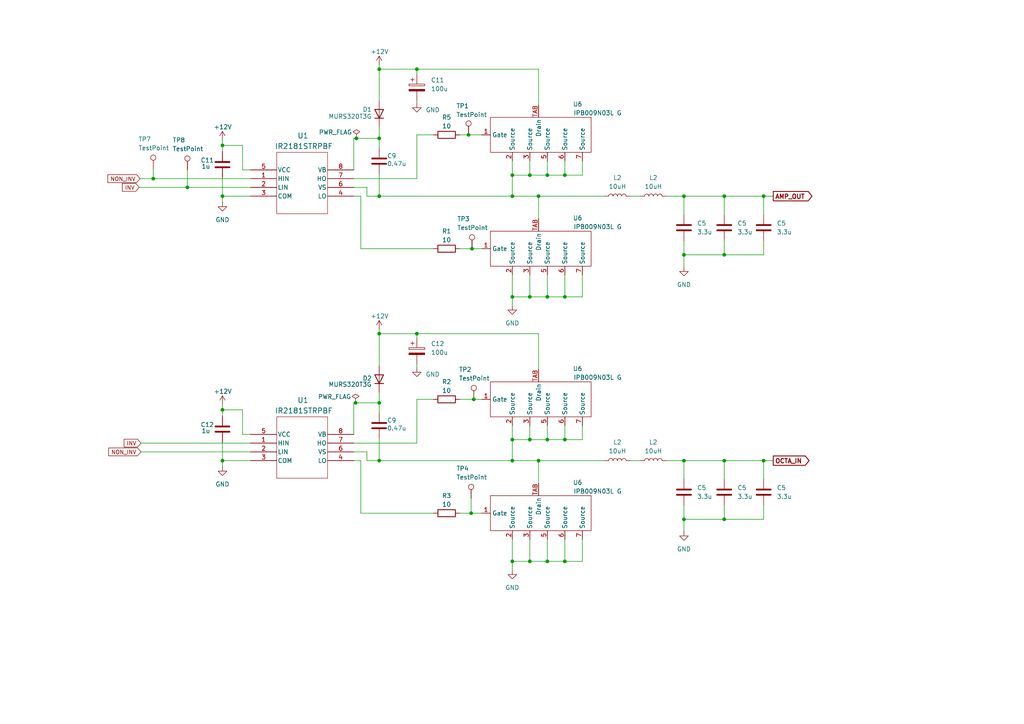
<source format=kicad_sch>
(kicad_sch (version 20230121) (generator eeschema)
  (paper "A4")
  (title_block (title "Power Stage") (date "2023-06-08") (rev "0") (company "Washington State University"))
  (lib_symbols
    (symbol "Connector:TestPoint" (pin_numbers hide) (pin_names (offset 0.762) hide)
      (property "Reference" "TP" (at 0 6.858 0))
      (property "Value" "TestPoint" (at 0 5.08 0))
      (symbol "TestPoint_0_1"
        (circle (center 0 3.302) (radius 0.762))
      )
      (symbol "TestPoint_1_1"
        (pin passive line (at 0 0 90) (length 2.54) (name "1") (number "1"))
      )
    )
    (symbol "Device:C" (pin_numbers hide) (pin_names (offset 0.254))
      (property "Reference" "C" (at 0.635 2.54 0))
      (property "Value" "C" (at 0.635 -2.54 0))
      (symbol "C_0_1"
        (polyline (pts (xy -2.032 -0.762) (xy 2.032 -0.762)) (stroke (width 0.508)))
        (polyline (pts (xy -2.032 0.762) (xy 2.032 0.762)) (stroke (width 0.508)))
      )
      (symbol "C_1_1"
        (pin passive line (at 0 3.81 270) (length 2.794) (name "~") (number "1"))
        (pin passive line (at 0 -3.81 90) (length 2.794) (name "~") (number "2"))
      )
    )
    (symbol "Device:C_Polarized" (pin_numbers hide) (pin_names (offset 0.254))
      (property "Reference" "C" (at 0.635 2.54 0))
      (property "Value" "C_Polarized" (at 0.635 -2.54 0))
      (symbol "C_Polarized_0_1"
        (rectangle (start -2.286 0.508) (end 2.286 1.016))
        (polyline (pts (xy -1.778 2.286) (xy -0.762 2.286)))
        (polyline (pts (xy -1.27 2.794) (xy -1.27 1.778)))
        (rectangle (start 2.286 -0.508) (end -2.286 -1.016) (fill (type outline)))
      )
      (symbol "C_Polarized_1_1"
        (pin passive line (at 0 3.81 270) (length 2.794) (name "~") (number "1"))
        (pin passive line (at 0 -3.81 90) (length 2.794) (name "~") (number "2"))
      )
    )
    (symbol "Device:D" (pin_numbers hide) (pin_names (offset 1.016) hide)
      (property "Reference" "D" (at 0 2.54 0))
      (property "Value" "D" (at 0 -2.54 0))
      (symbol "D_0_1"
        (polyline (pts (xy -1.27 1.27) (xy -1.27 -1.27)) (stroke (width 0.254)))
        (polyline (pts (xy 1.27 0) (xy -1.27 0)))
        (polyline (pts (xy 1.27 1.27) (xy 1.27 -1.27) (xy -1.27 0) (xy 1.27 1.27)) (stroke (width 0.254)))
      )
      (symbol "D_1_1"
        (pin passive line (at -3.81 0 0) (length 2.54) (name "K") (number "1"))
        (pin passive line (at 3.81 0 180) (length 2.54) (name "A") (number "2"))
      )
    )
    (symbol "Device:L" (pin_numbers hide) (pin_names (offset 1.016) hide)
      (property "Reference" "L" (at -1.27 0 90))
      (property "Value" "L" (at 1.905 0 90))
      (symbol "L_0_1"
        (arc (start 0 -2.54) (mid 0.6323 -1.905) (end 0 -1.27))
        (arc (start 0 -1.27) (mid 0.6323 -0.635) (end 0 0))
        (arc (start 0 0) (mid 0.6323 0.635) (end 0 1.27))
        (arc (start 0 1.27) (mid 0.6323 1.905) (end 0 2.54))
      )
      (symbol "L_1_1"
        (pin passive line (at 0 3.81 270) (length 1.27) (name "1") (number "1"))
        (pin passive line (at 0 -3.81 90) (length 1.27) (name "2") (number "2"))
      )
    )
    (symbol "Device:R" (pin_numbers hide) (pin_names (offset 0))
      (property "Reference" "R" (at 2.032 0 90))
      (property "Value" "R" (at 0 0 90))
      (symbol "R_0_1"
        (rectangle (start -1.016 -2.54) (end 1.016 2.54) (stroke (width 0.254)))
      )
      (symbol "R_1_1"
        (pin passive line (at 0 3.81 270) (length 1.27) (name "~") (number "1"))
        (pin passive line (at 0 -3.81 90) (length 1.27) (name "~") (number "2"))
      )
    )
    (symbol "IPB009N03LGATMA1_1"
      (property "Reference" "U6" (at 11.43 5.08 0))
      (property "Value" "IPB009N03L G" (at 22.86 2.54 0))
      (symbol "IPB009N03LGATMA1_1_0_0"
        (pin input line (at -17.78 -3.81 0) (length 2.54) (name "Gate") (number "1"))
        (pin unspecified line (at -8.89 -11.43 90) (length 2.54) (name "Source") (number "2"))
        (pin unspecified line (at -3.81 -11.43 90) (length 2.54) (name "Source") (number "3"))
        (pin unspecified line (at 1.27 -11.43 90) (length 2.54) (name "Source") (number "5"))
        (pin unspecified line (at 6.35 -11.43 90) (length 2.54) (name "Source") (number "6"))
        (pin unspecified line (at 11.43 -11.43 90) (length 2.54) (name "Source") (number "7"))
      )
      (symbol "IPB009N03LGATMA1_1_0_1"
        (rectangle (start -15.24 1.27) (end 13.97 -8.89))
      )
      (symbol "IPB009N03LGATMA1_1_1_0"
        (pin unspecified line (at -1.27 4.826 270) (length 3.556) (name "Drain") (number "TAB"))
      )
    )
    (symbol "IPB009N03LGATMA1_2"
      (property "Reference" "U3" (at 11.43 5.08 0))
      (property "Value" "IPB009N03L G" (at 22.86 2.54 0))
      (symbol "IPB009N03LGATMA1_2_0_0"
        (pin input line (at -17.78 -3.81 0) (length 2.54) (name "Gate") (number "1"))
        (pin unspecified line (at -8.89 -11.43 90) (length 2.54) (name "Source") (number "2"))
        (pin unspecified line (at -3.81 -11.43 90) (length 2.54) (name "Source") (number "3"))
        (pin unspecified line (at 1.27 -11.43 90) (length 2.54) (name "Source") (number "5"))
        (pin unspecified line (at 6.35 -11.43 90) (length 2.54) (name "Source") (number "6"))
        (pin unspecified line (at 11.43 -11.43 90) (length 2.54) (name "Source") (number "7"))
      )
      (symbol "IPB009N03LGATMA1_2_0_1"
        (rectangle (start -15.24 1.27) (end 13.97 -8.89))
      )
      (symbol "IPB009N03LGATMA1_2_1_0"
        (pin unspecified line (at -1.27 4.826 270) (length 3.556) (name "Drain") (number "TAB"))
      )
    )
    (symbol "IPB009N03LGATMA1_3"
      (property "Reference" "U5" (at 11.43 5.08 0))
      (property "Value" "IPB009N03L G" (at 22.86 2.54 0))
      (symbol "IPB009N03LGATMA1_3_0_0"
        (pin input line (at -17.78 -3.81 0) (length 2.54) (name "Gate") (number "1"))
        (pin unspecified line (at -8.89 -11.43 90) (length 2.54) (name "Source") (number "2"))
        (pin unspecified line (at -3.81 -11.43 90) (length 2.54) (name "Source") (number "3"))
        (pin unspecified line (at 1.27 -11.43 90) (length 2.54) (name "Source") (number "5"))
        (pin unspecified line (at 6.35 -11.43 90) (length 2.54) (name "Source") (number "6"))
        (pin unspecified line (at 11.43 -11.43 90) (length 2.54) (name "Source") (number "7"))
      )
      (symbol "IPB009N03LGATMA1_3_0_1"
        (rectangle (start -15.24 1.27) (end 13.97 -8.89))
      )
      (symbol "IPB009N03LGATMA1_3_1_0"
        (pin unspecified line (at -1.27 4.826 270) (length 3.556) (name "Drain") (number "TAB"))
      )
    )
    (symbol "IPB009N03LGATMA1_4"
      (property "Reference" "U4" (at 11.43 5.08 0))
      (property "Value" "IPB009N03L G" (at 22.86 2.54 0))
      (symbol "IPB009N03LGATMA1_4_0_0"
        (pin input line (at -17.78 -3.81 0) (length 2.54) (name "Gate") (number "1"))
        (pin unspecified line (at -8.89 -11.43 90) (length 2.54) (name "Source") (number "2"))
        (pin unspecified line (at -3.81 -11.43 90) (length 2.54) (name "Source") (number "3"))
        (pin unspecified line (at 1.27 -11.43 90) (length 2.54) (name "Source") (number "5"))
        (pin unspecified line (at 6.35 -11.43 90) (length 2.54) (name "Source") (number "6"))
        (pin unspecified line (at 11.43 -11.43 90) (length 2.54) (name "Source") (number "7"))
      )
      (symbol "IPB009N03LGATMA1_4_0_1"
        (rectangle (start -15.24 1.27) (end 13.97 -8.89))
      )
      (symbol "IPB009N03LGATMA1_4_1_0"
        (pin unspecified line (at -1.27 4.826 270) (length 3.556) (name "Drain") (number "TAB"))
      )
    )
    (symbol "IR2181PBF_1" (pin_names (offset 0.254))
      (property "Reference" "U1" (at 21.844 9.906 0))
      (property "Value" "IR2181STRPBF" (at 22.098 6.858 0))
      (symbol "IR2181PBF_1_0_1"
        (polyline (pts (xy 14.224 -12.7) (xy 28.956 -12.7)) (stroke (width 0.127)))
        (polyline (pts (xy 14.224 5.08) (xy 14.224 -12.7)) (stroke (width 0.127)))
        (polyline (pts (xy 28.956 -12.7) (xy 28.956 5.08)) (stroke (width 0.127)))
        (polyline (pts (xy 28.956 5.08) (xy 14.224 5.08)) (stroke (width 0.127)))
        (pin input line (at 6.604 -2.54 0) (length 7.62) (name "HIN") (number "1"))
        (pin input line (at 6.604 -5.08 0) (length 7.62) (name "LIN") (number "2"))
        (pin output line (at 36.576 -7.62 180) (length 7.62) (name "LO") (number "4"))
        (pin power_in line (at 6.604 0 0) (length 7.62) (name "VCC") (number "5"))
        (pin output line (at 36.576 -2.54 180) (length 7.62) (name "HO") (number "7"))
        (pin power_in line (at 36.576 0 180) (length 7.62) (name "VB") (number "8"))
      )
      (symbol "IR2181PBF_1_1_1"
        (pin power_in line (at 6.604 -7.62 0) (length 7.62) (name "COM") (number "3"))
        (pin input line (at 36.576 -5.08 180) (length 7.62) (name "VS") (number "6"))
      )
    )
    (symbol "power:+12V" (power) (pin_names (offset 0))
      (property "Value" "+12V" (at 0 3.556 0))
      (symbol "+12V_0_1"
        (polyline (pts (xy -0.762 1.27) (xy 0 2.54)))
        (polyline (pts (xy 0 0) (xy 0 2.54)))
        (polyline (pts (xy 0 2.54) (xy 0.762 1.27)))
      )
      (symbol "+12V_1_1"
        (pin power_in line (at 0 0 90) (length 0) hide (name "+12V") (number "1"))
      )
    )
    (symbol "power:GND" (power) (pin_names (offset 0))
      (property "Value" "GND" (at 0 -3.81 0))
      (symbol "GND_0_1"
        (polyline (pts (xy 0 0) (xy 0 -1.27) (xy 1.27 -1.27) (xy 0 -2.54) (xy -1.27 -1.27) (xy 0 -1.27)))
      )
      (symbol "GND_1_1"
        (pin power_in line (at 0 0 270) (length 0) hide (name "GND") (number "1"))
      )
    )
    (symbol "power:PWR_FLAG" (power) (pin_numbers hide) (pin_names (offset 0) hide)
      (property "Value" "PWR_FLAG" (at 0 3.81 0))
      (symbol "PWR_FLAG_0_0"
        (pin power_out line (at 0 0 90) (length 0) (name "pwr") (number "1"))
      )
      (symbol "PWR_FLAG_0_1"
        (polyline (pts (xy 0 0) (xy 0 1.27) (xy -1.016 1.905) (xy 0 2.54) (xy 1.016 1.905) (xy 0 1.27)))
      )
    )
  )
  (junction (at 103.124 116.84))
  (junction (at 44.45 51.816))
  (junction (at 120.904 96.774))
  (junction (at 163.83 50.8))
  (junction (at 148.59 162.814))
  (junction (at 153.67 50.8))
  (junction (at 156.21 133.604))
  (junction (at 148.59 50.8))
  (junction (at 64.516 118.872))
  (junction (at 109.982 20.066))
  (junction (at 109.982 116.84))
  (junction (at 136.652 148.844))
  (junction (at 103.378 40.132))
  (junction (at 109.982 56.896))
  (junction (at 148.59 86.106))
  (junction (at 64.516 133.604))
  (junction (at 210.058 73.914))
  (junction (at 198.374 133.604))
  (junction (at 163.83 86.106))
  (junction (at 210.058 133.604))
  (junction (at 198.374 56.896))
  (junction (at 109.982 96.774))
  (junction (at 153.67 86.106))
  (junction (at 210.058 150.622))
  (junction (at 135.89 39.116))
  (junction (at 158.75 162.814))
  (junction (at 158.75 127.508))
  (junction (at 153.67 127.508))
  (junction (at 148.59 133.604))
  (junction (at 136.906 72.136))
  (junction (at 148.59 127.508))
  (junction (at 109.982 40.132))
  (junction (at 64.516 56.896))
  (junction (at 137.414 115.824))
  (junction (at 153.67 162.814))
  (junction (at 221.488 133.604))
  (junction (at 158.75 50.8))
  (junction (at 221.488 56.896))
  (junction (at 198.374 73.914))
  (junction (at 148.59 56.896))
  (junction (at 120.904 20.066))
  (junction (at 210.058 56.896))
  (junction (at 198.374 150.622))
  (junction (at 64.516 42.164))
  (junction (at 54.356 54.356))
  (junction (at 163.83 127.508))
  (junction (at 158.75 86.106))
  (junction (at 156.21 56.896))
  (junction (at 109.982 133.604))
  (junction (at 163.83 162.814))
  (wire (pts (xy 148.59 56.896) (xy 156.21 56.896)))
  (wire (pts (xy 221.488 133.604) (xy 221.488 138.938)))
  (wire (pts (xy 70.358 118.872) (xy 70.358 125.984)))
  (wire (pts (xy 193.294 133.604) (xy 198.374 133.604)))
  (wire (pts (xy 64.516 118.872) (xy 64.516 120.65)))
  (wire (pts (xy 133.35 39.116) (xy 135.89 39.116)))
  (wire (pts (xy 109.982 96.774) (xy 120.904 96.774)))
  (wire (pts (xy 153.67 127.508) (xy 148.59 127.508)))
  (wire (pts (xy 64.516 128.27) (xy 64.516 133.604)))
  (wire (pts (xy 109.982 96.774) (xy 109.982 106.172)))
  (wire (pts (xy 148.59 86.106) (xy 148.59 88.646)))
  (wire (pts (xy 163.83 162.814) (xy 158.75 162.814)))
  (wire (pts (xy 156.21 96.774) (xy 156.21 107.188)))
  (wire (pts (xy 137.414 115.824) (xy 139.7 115.824)))
  (wire (pts (xy 198.374 73.914) (xy 210.058 73.914)))
  (wire (pts (xy 198.374 56.896) (xy 198.374 62.23)))
  (wire (pts (xy 120.904 20.066) (xy 120.904 21.59)))
  (wire (pts (xy 168.91 50.8) (xy 163.83 50.8)))
  (wire (pts (xy 163.83 79.756) (xy 163.83 86.106)))
  (wire (pts (xy 136.906 72.136) (xy 139.7 72.136)))
  (wire (pts (xy 221.488 133.604) (xy 224.282 133.604)))
  (wire (pts (xy 109.982 18.796) (xy 109.982 20.066)))
  (wire (pts (xy 221.488 73.914) (xy 210.058 73.914)))
  (wire (pts (xy 198.374 154.178) (xy 198.374 150.622)))
  (wire (pts (xy 104.648 148.844) (xy 125.73 148.844)))
  (wire (pts (xy 44.45 51.816) (xy 72.644 51.816)))
  (wire (pts (xy 120.904 96.774) (xy 156.21 96.774)))
  (wire (pts (xy 153.67 156.464) (xy 153.67 162.814)))
  (wire (pts (xy 102.616 131.064) (xy 106.426 131.064)))
  (wire (pts (xy 148.59 46.736) (xy 148.59 50.8)))
  (wire (pts (xy 148.59 86.106) (xy 153.67 86.106)))
  (wire (pts (xy 102.616 40.132) (xy 103.378 40.132)))
  (wire (pts (xy 158.75 50.8) (xy 153.67 50.8)))
  (wire (pts (xy 168.91 86.106) (xy 163.83 86.106)))
  (wire (pts (xy 148.59 162.814) (xy 153.67 162.814)))
  (wire (pts (xy 210.058 56.896) (xy 221.488 56.896)))
  (wire (pts (xy 64.516 56.896) (xy 72.644 56.896)))
  (wire (pts (xy 163.83 156.464) (xy 163.83 162.814)))
  (wire (pts (xy 133.35 148.844) (xy 136.652 148.844)))
  (wire (pts (xy 133.35 115.824) (xy 137.414 115.824)))
  (wire (pts (xy 64.516 40.64) (xy 64.516 42.164)))
  (wire (pts (xy 193.294 56.896) (xy 198.374 56.896)))
  (wire (pts (xy 210.058 69.85) (xy 210.058 73.914)))
  (wire (pts (xy 104.648 133.604) (xy 104.648 148.844)))
  (wire (pts (xy 109.982 36.83) (xy 109.982 40.132)))
  (wire (pts (xy 182.88 133.604) (xy 185.674 133.604)))
  (wire (pts (xy 168.91 79.756) (xy 168.91 86.106)))
  (wire (pts (xy 40.894 128.524) (xy 72.644 128.524)))
  (wire (pts (xy 163.83 123.444) (xy 163.83 127.508)))
  (wire (pts (xy 102.616 54.356) (xy 106.426 54.356)))
  (wire (pts (xy 158.75 46.736) (xy 158.75 50.8)))
  (wire (pts (xy 163.83 46.736) (xy 163.83 50.8)))
  (wire (pts (xy 156.21 56.896) (xy 156.21 63.5)))
  (wire (pts (xy 198.374 150.622) (xy 210.058 150.622)))
  (wire (pts (xy 210.058 56.896) (xy 210.058 62.23)))
  (wire (pts (xy 198.374 133.604) (xy 198.374 138.938)))
  (wire (pts (xy 156.21 133.604) (xy 156.21 140.208)))
  (wire (pts (xy 102.616 49.276) (xy 102.616 40.132)))
  (wire (pts (xy 135.89 39.116) (xy 139.7 39.116)))
  (wire (pts (xy 64.516 133.604) (xy 64.516 135.382)))
  (wire (pts (xy 120.904 115.824) (xy 125.73 115.824)))
  (wire (pts (xy 120.904 51.816) (xy 120.904 39.116)))
  (wire (pts (xy 198.374 56.896) (xy 210.058 56.896)))
  (wire (pts (xy 64.516 51.562) (xy 64.516 56.896)))
  (wire (pts (xy 153.67 79.756) (xy 153.67 86.106)))
  (wire (pts (xy 148.59 156.464) (xy 148.59 162.814)))
  (wire (pts (xy 168.91 162.814) (xy 163.83 162.814)))
  (wire (pts (xy 156.21 56.896) (xy 175.26 56.896)))
  (wire (pts (xy 156.21 133.604) (xy 175.26 133.604)))
  (wire (pts (xy 153.67 86.106) (xy 158.75 86.106)))
  (wire (pts (xy 198.374 150.622) (xy 198.374 146.558)))
  (wire (pts (xy 158.75 123.444) (xy 158.75 127.508)))
  (wire (pts (xy 40.386 54.356) (xy 54.356 54.356)))
  (wire (pts (xy 103.378 40.132) (xy 109.982 40.132)))
  (wire (pts (xy 102.616 133.604) (xy 104.648 133.604)))
  (wire (pts (xy 106.426 56.896) (xy 109.982 56.896)))
  (wire (pts (xy 102.616 128.524) (xy 120.904 128.524)))
  (wire (pts (xy 102.616 51.816) (xy 120.904 51.816)))
  (wire (pts (xy 106.426 131.064) (xy 106.426 133.604)))
  (wire (pts (xy 221.488 150.622) (xy 210.058 150.622)))
  (wire (pts (xy 109.982 113.792) (xy 109.982 116.84)))
  (wire (pts (xy 120.904 96.774) (xy 120.904 98.044)))
  (wire (pts (xy 109.982 20.066) (xy 120.904 20.066)))
  (wire (pts (xy 221.488 56.896) (xy 224.282 56.896)))
  (wire (pts (xy 103.124 116.84) (xy 109.982 116.84)))
  (wire (pts (xy 109.982 56.896) (xy 148.59 56.896)))
  (wire (pts (xy 70.358 42.164) (xy 70.358 49.276)))
  (wire (pts (xy 158.75 79.756) (xy 158.75 86.106)))
  (wire (pts (xy 221.488 56.896) (xy 221.488 62.23)))
  (wire (pts (xy 54.356 49.276) (xy 54.356 54.356)))
  (wire (pts (xy 158.75 127.508) (xy 153.67 127.508)))
  (wire (pts (xy 102.616 125.984) (xy 102.616 116.84)))
  (wire (pts (xy 148.59 123.444) (xy 148.59 127.508)))
  (wire (pts (xy 153.67 50.8) (xy 148.59 50.8)))
  (wire (pts (xy 120.904 128.524) (xy 120.904 115.824)))
  (wire (pts (xy 163.83 86.106) (xy 158.75 86.106)))
  (wire (pts (xy 64.516 133.604) (xy 72.644 133.604)))
  (wire (pts (xy 120.904 29.21) (xy 120.904 29.972)))
  (wire (pts (xy 120.904 39.116) (xy 125.73 39.116)))
  (wire (pts (xy 106.426 133.604) (xy 109.982 133.604)))
  (wire (pts (xy 104.648 56.896) (xy 104.648 72.136)))
  (wire (pts (xy 70.358 125.984) (xy 72.644 125.984)))
  (wire (pts (xy 109.982 40.132) (xy 109.982 42.926)))
  (wire (pts (xy 168.91 156.464) (xy 168.91 162.814)))
  (wire (pts (xy 210.058 133.604) (xy 210.058 138.938)))
  (wire (pts (xy 102.616 56.896) (xy 104.648 56.896)))
  (wire (pts (xy 198.374 77.47) (xy 198.374 73.914)))
  (wire (pts (xy 153.67 162.814) (xy 158.75 162.814)))
  (wire (pts (xy 136.652 144.526) (xy 136.652 148.844)))
  (wire (pts (xy 136.652 148.844) (xy 139.7 148.844)))
  (wire (pts (xy 120.904 20.066) (xy 156.21 20.066)))
  (wire (pts (xy 198.374 73.914) (xy 198.374 69.85)))
  (wire (pts (xy 133.35 72.136) (xy 136.906 72.136)))
  (wire (pts (xy 148.59 50.8) (xy 148.59 56.896)))
  (wire (pts (xy 163.83 127.508) (xy 158.75 127.508)))
  (wire (pts (xy 54.356 54.356) (xy 72.644 54.356)))
  (wire (pts (xy 163.83 50.8) (xy 158.75 50.8)))
  (wire (pts (xy 109.982 20.066) (xy 109.982 29.21)))
  (wire (pts (xy 221.488 69.85) (xy 221.488 73.914)))
  (wire (pts (xy 148.59 162.814) (xy 148.59 165.354)))
  (wire (pts (xy 148.59 133.604) (xy 156.21 133.604)))
  (wire (pts (xy 158.75 156.464) (xy 158.75 162.814)))
  (wire (pts (xy 104.648 72.136) (xy 125.73 72.136)))
  (wire (pts (xy 221.488 146.558) (xy 221.488 150.622)))
  (wire (pts (xy 153.67 46.736) (xy 153.67 50.8)))
  (wire (pts (xy 148.59 127.508) (xy 148.59 133.604)))
  (wire (pts (xy 109.982 133.604) (xy 148.59 133.604)))
  (wire (pts (xy 182.88 56.896) (xy 185.674 56.896)))
  (wire (pts (xy 109.982 50.546) (xy 109.982 56.896)))
  (wire (pts (xy 148.59 79.756) (xy 148.59 86.106)))
  (wire (pts (xy 102.616 116.84) (xy 103.124 116.84)))
  (wire (pts (xy 109.982 127.254) (xy 109.982 133.604)))
  (wire (pts (xy 64.516 117.348) (xy 64.516 118.872)))
  (wire (pts (xy 40.64 51.816) (xy 44.45 51.816)))
  (wire (pts (xy 198.374 133.604) (xy 210.058 133.604)))
  (wire (pts (xy 120.904 105.664) (xy 120.904 106.68)))
  (wire (pts (xy 109.982 116.84) (xy 109.982 119.634)))
  (wire (pts (xy 106.426 54.356) (xy 106.426 56.896)))
  (wire (pts (xy 109.982 95.504) (xy 109.982 96.774)))
  (wire (pts (xy 64.516 42.164) (xy 70.358 42.164)))
  (wire (pts (xy 64.516 118.872) (xy 70.358 118.872)))
  (wire (pts (xy 153.67 123.444) (xy 153.67 127.508)))
  (wire (pts (xy 156.21 20.066) (xy 156.21 30.48)))
  (wire (pts (xy 168.91 123.444) (xy 168.91 127.508)))
  (wire (pts (xy 44.45 49.022) (xy 44.45 51.816)))
  (wire (pts (xy 70.358 49.276) (xy 72.644 49.276)))
  (wire (pts (xy 210.058 133.604) (xy 221.488 133.604)))
  (wire (pts (xy 64.516 42.164) (xy 64.516 43.942)))
  (wire (pts (xy 40.894 131.064) (xy 72.644 131.064)))
  (wire (pts (xy 64.516 56.896) (xy 64.516 58.674)))
  (wire (pts (xy 168.91 127.508) (xy 163.83 127.508)))
  (wire (pts (xy 210.058 146.558) (xy 210.058 150.622)))
  (wire (pts (xy 168.91 46.736) (xy 168.91 50.8)))
  (global_label "NON_INV" (shape input) (at 40.894 131.064 180) (effects (font (size 1.143 1.143))) (property "Intersheetrefs" "${INTERSHEET_REFS}" (effects hide)))
  (global_label "OCTA_IN" (shape output) (at 224.282 133.604 0) (effects (font bold)) (property "Intersheetrefs" "${INTERSHEET_REFS}" (effects hide)))
  (global_label "NON_INV" (shape input) (at 40.64 51.816 180) (effects (font (size 1.143 1.143))) (property "Intersheetrefs" "${INTERSHEET_REFS}" (effects hide)))
  (global_label "INV" (shape input) (at 40.386 54.356 180) (effects (font (size 1.143 1.143))) (property "Intersheetrefs" "${INTERSHEET_REFS}" (effects hide)))
  (global_label "AMP_OUT" (shape output) (at 224.282 56.896 0) (effects (font bold)) (property "Intersheetrefs" "${INTERSHEET_REFS}" (effects hide)))
  (global_label "INV" (shape input) (at 40.894 128.524 180) (effects (font (size 1.143 1.143))) (property "Intersheetrefs" "${INTERSHEET_REFS}" (effects hide)))
  (symbol (lib_id "Device:C") (at 210.058 66.04 0) (unit 1)
    (property "Reference" "C5" (at 213.868 64.7699 0) (effects (justify left)))
    (property "Value" "3.3u" (at 213.868 67.3099 0) (effects (justify left)))
    (property "Footprint" "CustomFootprints:B32522C0335J000" (effects hide))
    (property "SEL P/N" "040-0612" (effects hide))
    (property "MGF P/N" "B32522C0335J000" (effects hide))
  )
  (symbol (lib_id "Device:C_Polarized") (at 120.904 25.4 0) (unit 1)
    (property "Reference" "C11" (at 124.968 23.241 0) (effects (justify left)))
    (property "Value" "100u" (at 124.968 25.781 0) (effects (justify left)))
    (property "Footprint" "Capacitor_THT:CP_Radial_D6.3mm_P2.50mm" (effects hide))
    (property "SEL P/N" "040-1108" (effects hide))
    (property "MFG P/N" "ELXZ350ETD101MF15D" (effects hide))
  )
  (symbol (lib_id "Connector:TestPoint") (at 137.414 115.824 0) (unit 1)
    (property "Reference" "TP2" (at 133.096 107.188 0) (effects (justify left)))
    (property "Value" "TestPoint" (at 133.096 109.728 0) (effects (justify left)))
    (property "Footprint" "TestPoint:TestPoint_2Pads_Pitch2.54mm_Drill0.8mm" (effects hide))
  )
  (symbol (lib_id "Device:C") (at 109.982 123.444 0) (unit 1)
    (property "Reference" "C9" (at 112.268 121.92 0) (effects (justify left)))
    (property "Value" "0.47u" (at 112.268 124.206 0) (effects (justify left)))
    (property "Footprint" "Capacitor_SMD:C_1210_3225Metric" (effects hide))
    (property "SEL P/N" "406-0087" (effects hide))
    (property "MFG P/N" "12101C474KAT2A" (effects hide))
  )
  (symbol (lib_id "power:+12V") (at 64.516 117.348 0) (unit 1)
    (property "Reference" "#PWR01" (effects hide))
    (property "Value" "+12V" (at 61.976 113.538 0) (effects (justify left)))
  )
  (symbol (lib_id "power:GND") (at 64.516 135.382 0) (unit 1)
    (property "Reference" "#PWR03" (effects hide))
    (property "Value" "GND" (at 64.516 140.462 0))
  )
  (symbol (lib_name "IPB009N03LGATMA1_4") (lib_id "CustomSymbols:IPB009N03LGATMA1") (at 157.48 68.326 0) (unit 1)
    (property "Reference" "U6" (at 168.91 63.246 0) (effects (justify right)))
    (property "Value" "IPB009N03L G" (at 180.34 65.786 0) (effects (justify right)))
    (property "Footprint" "CustomFootprints:IPB009N03L" (effects hide))
    (property "SEL P/N" "487-0056" (effects hide))
    (property "MFG P/N" "IPB009N03L G" (effects hide))
  )
  (symbol (lib_id "Connector:TestPoint") (at 44.45 49.022 0) (unit 1)
    (property "Reference" "TP7" (at 40.132 40.386 0) (effects (justify left)))
    (property "Value" "TestPoint" (at 40.132 42.926 0) (effects (justify left)))
    (property "Footprint" "TestPoint:TestPoint_2Pads_Pitch2.54mm_Drill0.8mm" (effects hide))
  )
  (symbol (lib_id "power:GND") (at 120.904 29.972 0) (unit 1)
    (property "Reference" "#PWR0104" (effects hide))
    (property "Value" "GND" (at 123.444 31.877 0) (effects (justify left)))
  )
  (symbol (lib_id "Device:R") (at 129.54 39.116 90) (unit 1)
    (property "Reference" "R5" (at 129.54 34.036 90))
    (property "Value" "10" (at 129.54 36.576 90))
    (property "Footprint" "Resistor_SMD:R_1210_3225Metric" (effects hide))
    (property "SEL P/N" "256-10R0" (effects hide))
    (property "MFG P/N" "CRCW121010R0FKEB" (effects hide))
  )
  (symbol (lib_id "power:GND") (at 198.374 77.47 0) (unit 1)
    (property "Reference" "#PWR0103" (effects hide))
    (property "Value" "GND" (at 198.374 82.55 0))
  )
  (symbol (lib_id "power:PWR_FLAG") (at 103.124 116.84 0) (unit 1)
    (property "Reference" "#FLG06" (effects hide))
    (property "Value" "PWR_FLAG" (at 97.028 115.062 0))
  )
  (symbol (lib_id "Device:C") (at 109.982 46.736 0) (unit 1)
    (property "Reference" "C9" (at 112.268 45.212 0) (effects (justify left)))
    (property "Value" "0.47u" (at 112.268 47.498 0) (effects (justify left)))
    (property "Footprint" "Capacitor_SMD:C_1210_3225Metric" (effects hide))
    (property "SEL P/N" "406-0087" (effects hide))
    (property "MFG P/N" "12101C474KAT2A" (effects hide))
  )
  (symbol (lib_id "Device:L") (at 179.07 133.604 90) (unit 1)
    (property "Reference" "L2" (at 179.07 128.27 90))
    (property "Value" "10uH" (at 179.07 130.81 90))
    (property "Footprint" "CustomFootprints:AGP2923-103KL" (effects hide))
    (property "SEL P/N" "412-0099" (effects hide))
    (property "MFG P/N" "AGP2923-103KL" (effects hide))
  )
  (symbol (lib_id "Device:L") (at 189.484 56.896 90) (unit 1)
    (property "Reference" "L2" (at 189.484 51.562 90))
    (property "Value" "10uH" (at 189.484 54.102 90))
    (property "Footprint" "CustomFootprints:AGP2923-103KL" (effects hide))
    (property "SEL P/N" "412-0099" (effects hide))
    (property "MFG P/N" "AGP2923-103KL" (effects hide))
  )
  (symbol (lib_name "IR2181PBF_1") (lib_id "ImportedSymbols:IR2181PBF") (at 66.04 125.984 0) (unit 1)
    (property "Reference" "U1" (at 87.884 116.078 0) (effects (font (size 1.524 1.524))))
    (property "Value" "IR2181STRPBF" (at 88.138 119.126 0) (effects (font (size 1.524 1.524))))
    (property "Footprint" "CustomFootprints:IR2181" (effects hide))
    (property "SEL P/N" "151-5568" (effects hide))
    (property "MFG P/N" "IR2181STRPBF" (effects hide))
  )
  (symbol (lib_id "Device:C") (at 198.374 66.04 0) (unit 1)
    (property "Reference" "C5" (at 202.184 64.7699 0) (effects (justify left)))
    (property "Value" "3.3u" (at 202.184 67.3099 0) (effects (justify left)))
    (property "Footprint" "CustomFootprints:B32522C0335J000" (effects hide))
    (property "SEL P/N" "040-0612" (effects hide))
    (property "MGF P/N" "B32522C0335J000" (effects hide))
  )
  (symbol (lib_id "power:GND") (at 148.59 165.354 0) (unit 1)
    (property "Reference" "#PWR06" (effects hide))
    (property "Value" "GND" (at 148.59 170.434 0))
  )
  (symbol (lib_id "power:PWR_FLAG") (at 103.378 40.132 0) (unit 1)
    (property "Reference" "#FLG07" (effects hide))
    (property "Value" "PWR_FLAG" (at 97.282 38.354 0))
  )
  (symbol (lib_id "power:+12V") (at 64.516 40.64 0) (unit 1)
    (property "Reference" "#PWR02" (effects hide))
    (property "Value" "+12V" (at 61.976 36.83 0) (effects (justify left)))
  )
  (symbol (lib_id "power:+12V") (at 109.982 18.796 0) (unit 1)
    (property "Reference" "#PWR0105" (effects hide))
    (property "Value" "+12V" (at 107.442 14.986 0) (effects (justify left)))
  )
  (symbol (lib_id "power:GND") (at 120.904 106.68 0) (unit 1)
    (property "Reference" "#PWR05" (effects hide))
    (property "Value" "GND" (at 123.444 108.585 0) (effects (justify left)))
  )
  (symbol (lib_id "Device:C") (at 198.374 142.748 0) (unit 1)
    (property "Reference" "C5" (at 202.184 141.4779 0) (effects (justify left)))
    (property "Value" "3.3u" (at 202.184 144.0179 0) (effects (justify left)))
    (property "Footprint" "CustomFootprints:B32522C0335J000" (effects hide))
    (property "SEL P/N" "040-0612" (effects hide))
    (property "MGF P/N" "B32522C0335J000" (effects hide))
  )
  (symbol (lib_id "Connector:TestPoint") (at 135.89 39.116 0) (unit 1)
    (property "Reference" "TP1" (at 132.334 30.734 0) (effects (justify left)))
    (property "Value" "TestPoint" (at 132.334 33.274 0) (effects (justify left)))
    (property "Footprint" "TestPoint:TestPoint_2Pads_Pitch2.54mm_Drill0.8mm" (effects hide))
  )
  (symbol (lib_id "Device:C") (at 221.488 66.04 0) (unit 1)
    (property "Reference" "C5" (at 225.298 64.7699 0) (effects (justify left)))
    (property "Value" "3.3u" (at 225.298 67.3099 0) (effects (justify left)))
    (property "Footprint" "CustomFootprints:B32522C0335J000" (effects hide))
    (property "SEL P/N" "040-0612" (effects hide))
    (property "MGF P/N" "B32522C0335J000" (effects hide))
  )
  (symbol (lib_id "Device:D") (at 109.982 33.02 90) (unit 1)
    (property "Reference" "D1" (at 105.156 31.75 90) (effects (justify right)))
    (property "Value" "MURS320T3G" (at 95.25 33.782 90) (effects (justify right)))
    (property "Footprint" "Diode_SMD:D_SMC" (effects hide))
    (property "SEL P/N" "101-0125" (effects hide))
    (property "MFG P/N" "MURS320T3G" (effects hide))
  )
  (symbol (lib_id "Device:C") (at 64.516 124.46 0) (unit 1)
    (property "Reference" "C12" (at 58.166 123.19 0) (effects (justify left)))
    (property "Value" "1u" (at 58.42 124.968 0) (effects (justify left)))
    (property "Footprint" "Capacitor_SMD:C_1206_3216Metric" (effects hide))
    (property "SEL P/N" "041-0801" (effects hide))
    (property "MFG P/N" "GRM31MR71C105KA01K" (effects hide))
  )
  (symbol (lib_id "Device:L") (at 179.07 56.896 90) (unit 1)
    (property "Reference" "L2" (at 179.07 51.562 90))
    (property "Value" "10uH" (at 179.07 54.102 90))
    (property "Footprint" "CustomFootprints:AGP2923-103KL" (effects hide))
    (property "SEL P/N" "412-0099" (effects hide))
    (property "MFG P/N" "AGP2923-103KL" (effects hide))
  )
  (symbol (lib_id "Connector:TestPoint") (at 136.906 72.136 0) (unit 1)
    (property "Reference" "TP3" (at 132.588 63.5 0) (effects (justify left)))
    (property "Value" "TestPoint" (at 132.588 66.04 0) (effects (justify left)))
    (property "Footprint" "TestPoint:TestPoint_2Pads_Pitch2.54mm_Drill0.8mm" (effects hide))
  )
  (symbol (lib_id "power:GND") (at 198.374 154.178 0) (unit 1)
    (property "Reference" "#PWR07" (effects hide))
    (property "Value" "GND" (at 198.374 159.258 0))
  )
  (symbol (lib_name "IPB009N03LGATMA1_3") (lib_id "CustomSymbols:IPB009N03LGATMA1") (at 157.48 112.014 0) (unit 1)
    (property "Reference" "U6" (at 168.91 106.934 0) (effects (justify right)))
    (property "Value" "IPB009N03L G" (at 180.34 109.474 0) (effects (justify right)))
    (property "Footprint" "CustomFootprints:IPB009N03L" (effects hide))
    (property "SEL P/N" "487-0056" (effects hide))
    (property "MFG P/N" "IPB009N03L G" (effects hide))
  )
  (symbol (lib_id "Device:C_Polarized") (at 120.904 101.854 0) (unit 1)
    (property "Reference" "C12" (at 124.968 99.695 0) (effects (justify left)))
    (property "Value" "100u" (at 124.968 102.235 0) (effects (justify left)))
    (property "Footprint" "Capacitor_THT:CP_Radial_D6.3mm_P2.50mm" (effects hide))
    (property "SEL P/N" "040-1108" (effects hide))
    (property "MFG P/N" "ELXZ350ETD101MF15D" (effects hide))
  )
  (symbol (lib_id "Connector:TestPoint") (at 136.652 144.526 0) (unit 1)
    (property "Reference" "TP4" (at 132.334 135.89 0) (effects (justify left)))
    (property "Value" "TestPoint" (at 132.334 138.43 0) (effects (justify left)))
    (property "Footprint" "TestPoint:TestPoint_2Pads_Pitch2.54mm_Drill0.8mm" (effects hide))
  )
  (symbol (lib_id "Device:C") (at 64.516 47.752 0) (unit 1)
    (property "Reference" "C11" (at 58.166 46.482 0) (effects (justify left)))
    (property "Value" "1u" (at 58.42 48.26 0) (effects (justify left)))
    (property "Footprint" "Capacitor_SMD:C_1206_3216Metric" (effects hide))
    (property "SEL P/N" "041-0801" (effects hide))
    (property "MFG P/N" "GRM31MR71C105KA01K" (effects hide))
  )
  (symbol (lib_id "power:GND") (at 64.516 58.674 0) (unit 1)
    (property "Reference" "#PWR08" (effects hide))
    (property "Value" "GND" (at 64.516 63.754 0))
  )
  (symbol (lib_id "power:+12V") (at 109.982 95.504 0) (unit 1)
    (property "Reference" "#PWR04" (effects hide))
    (property "Value" "+12V" (at 107.442 91.694 0) (effects (justify left)))
  )
  (symbol (lib_id "Device:C") (at 221.488 142.748 0) (unit 1)
    (property "Reference" "C5" (at 225.298 141.4779 0) (effects (justify left)))
    (property "Value" "3.3u" (at 225.298 144.0179 0) (effects (justify left)))
    (property "Footprint" "CustomFootprints:B32522C0335J000" (effects hide))
    (property "SEL P/N" "040-0612" (effects hide))
    (property "MGF P/N" "B32522C0335J000" (effects hide))
  )
  (symbol (lib_id "Device:C") (at 210.058 142.748 0) (unit 1)
    (property "Reference" "C5" (at 213.868 141.4779 0) (effects (justify left)))
    (property "Value" "3.3u" (at 213.868 144.0179 0) (effects (justify left)))
    (property "Footprint" "CustomFootprints:B32522C0335J000" (effects hide))
    (property "SEL P/N" "040-0612" (effects hide))
    (property "MGF P/N" "B32522C0335J000" (effects hide))
  )
  (symbol (lib_name "IPB009N03LGATMA1_2") (lib_id "CustomSymbols:IPB009N03LGATMA1") (at 157.48 35.306 0) (unit 1)
    (property "Reference" "U6" (at 168.91 30.226 0) (effects (justify right)))
    (property "Value" "IPB009N03L G" (at 180.34 32.766 0) (effects (justify right)))
    (property "Footprint" "CustomFootprints:IPB009N03L" (effects hide))
    (property "SEL P/N" "487-0056" (effects hide))
    (property "MFG P/N" "IPB009N03L G" (effects hide))
  )
  (symbol (lib_id "Device:D") (at 109.982 109.982 90) (unit 1)
    (property "Reference" "D2" (at 105.156 109.728 90) (effects (justify right)))
    (property "Value" "MURS320T3G" (at 95.25 111.506 90) (effects (justify right)))
    (property "Footprint" "Diode_SMD:D_SMC" (effects hide))
    (property "SEL P/N" "101-0125" (effects hide))
    (property "MFG P/N" "MURS320T3G" (effects hide))
  )
  (symbol (lib_id "Connector:TestPoint") (at 54.356 49.276 0) (unit 1)
    (property "Reference" "TP8" (at 50.038 40.64 0) (effects (justify left)))
    (property "Value" "TestPoint" (at 50.038 43.18 0) (effects (justify left)))
    (property "Footprint" "TestPoint:TestPoint_2Pads_Pitch2.54mm_Drill0.8mm" (effects hide))
  )
  (symbol (lib_id "Device:L") (at 189.484 133.604 90) (unit 1)
    (property "Reference" "L2" (at 189.484 128.27 90))
    (property "Value" "10uH" (at 189.484 130.81 90))
    (property "Footprint" "CustomFootprints:AGP2923-103KL" (effects hide))
    (property "SEL P/N" "412-0099" (effects hide))
    (property "MFG P/N" "AGP2923-103KL" (effects hide))
  )
  (symbol (lib_name "IPB009N03LGATMA1_1") (lib_id "CustomSymbols:IPB009N03LGATMA1") (at 157.48 145.034 0) (unit 1)
    (property "Reference" "U6" (at 168.91 139.954 0) (effects (justify right)))
    (property "Value" "IPB009N03L G" (at 180.34 142.494 0) (effects (justify right)))
    (property "Footprint" "CustomFootprints:IPB009N03L" (effects hide))
    (property "SEL P/N" "487-0056" (effects hide))
    (property "MFG P/N" "IPB009N03L G" (effects hide))
  )
  (symbol (lib_id "Device:R") (at 129.54 115.824 90) (unit 1)
    (property "Reference" "R2" (at 129.54 110.744 90))
    (property "Value" "10" (at 129.54 113.284 90))
    (property "Footprint" "Resistor_SMD:R_1210_3225Metric" (effects hide))
    (property "SEL P/N" "256-10R0" (effects hide))
    (property "MFG P/N" "CRCW121010R0FKEB" (effects hide))
  )
  (symbol (lib_name "IR2181PBF_1") (lib_id "ImportedSymbols:IR2181PBF") (at 66.04 49.276 0) (unit 1)
    (property "Reference" "U1" (at 87.884 39.37 0) (effects (font (size 1.524 1.524))))
    (property "Value" "IR2181STRPBF" (at 88.138 42.418 0) (effects (font (size 1.524 1.524))))
    (property "Footprint" "CustomFootprints:IR2181" (effects hide))
    (property "SEL P/N" "151-5568" (effects hide))
    (property "MFG P/N" "IR2181STRPBF" (effects hide))
  )
  (symbol (lib_id "power:GND") (at 148.59 88.646 0) (unit 1)
    (property "Reference" "#PWR0101" (effects hide))
    (property "Value" "GND" (at 148.59 93.726 0))
  )
  (symbol (lib_id "Device:R") (at 129.54 148.844 90) (unit 1)
    (property "Reference" "R3" (at 129.54 143.764 90))
    (property "Value" "10" (at 129.54 146.304 90))
    (property "Footprint" "Resistor_SMD:R_1210_3225Metric" (effects hide))
    (property "SEL P/N" "256-10R0" (effects hide))
    (property "MFG P/N" "CRCW121010R0FKEB" (effects hide))
  )
  (symbol (lib_id "Device:R") (at 129.54 72.136 90) (unit 1)
    (property "Reference" "R1" (at 129.54 67.056 90))
    (property "Value" "10" (at 129.54 69.596 90))
    (property "Footprint" "Resistor_SMD:R_1210_3225Metric" (effects hide))
    (property "SEL P/N" "256-10R0" (effects hide))
    (property "MFG P/N" "CRCW121010R0FKEB" (effects hide))
  )
)
</source>
